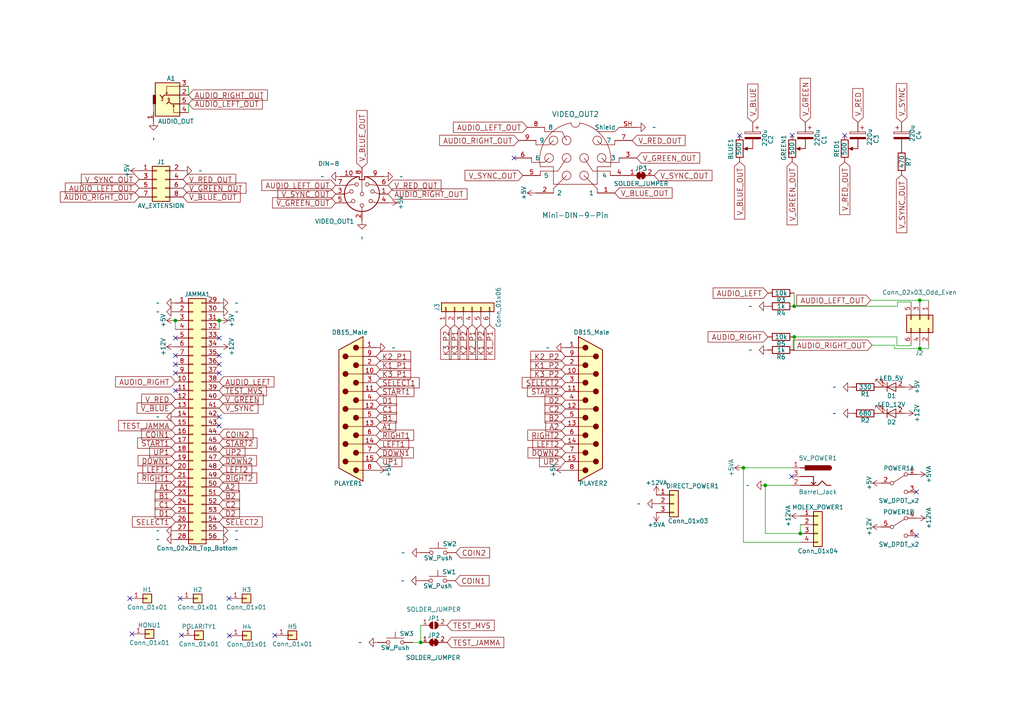
<source format=kicad_sch>
(kicad_sch (version 20230121) (generator eeschema)
  (paper "A4")
  (title_block (rev "1.1"))
  (lib_symbols
    (symbol "Supergun-rescue:+12V" (power) (pin_names (offset 0))
      (property "Value" "+12V" (at 0 3.556 0))
      (symbol "+12V_1_1"
        (pin power_in line (at 0 0 90) (length 0) hide (name "+12V") (number "1"))
      )
    )
    (symbol "Supergun-rescue:+12VA" (power) (pin_names (offset 0))
      (property "Value" "+12VA" (at 0 3.556 0))
      (symbol "+12VA_1_1"
        (pin power_in line (at 0 0 90) (length 0) hide (name "+12VA") (number "1"))
      )
    )
    (symbol "Supergun-rescue:+5V" (power) (pin_names (offset 0))
      (property "Value" "+5V" (at 0 3.556 0))
      (symbol "+5V_1_1"
        (pin power_in line (at 0 0 90) (length 0) hide (name "+5V") (number "1"))
      )
    )
    (symbol "Supergun-rescue:+5VA" (power) (pin_names (offset 0))
      (property "Value" "+5VA" (at 0 3.556 0))
      (symbol "+5VA_1_1"
        (pin power_in line (at 0 0 90) (length 0) hide (name "+5VA") (number "1"))
      )
    )
    (symbol "Supergun-rescue:Audio-Jack-3_2Switches" (pin_names (offset 1.016))
      (property "Reference" "A" (at 0 7.366 0))
      (property "Value" "Audio-Jack-3_2Switches" (at -3.81 -5.08 0))
      (symbol "Audio-Jack-3_2Switches_0_0"
        (text "2" (at -2.54 1.27 0) (effects (font (size 0.762 0.762))))
        (text "5" (at -0.635 1.27 0) (effects (font (size 0.762 0.762))))
      )
      (symbol "Audio-Jack-3_2Switches_1_1"
        (pin passive line (at -5.08 -5.08 90) (length 2.54) (name "~") (number "1"))
        (pin passive line (at 5.08 2.54 180) (length 2.54) (name "~") (number "2"))
        (pin passive line (at 5.08 5.08 180) (length 2.54) (name "~") (number "3"))
        (pin passive line (at 5.08 -2.54 180) (length 2.54) (name "~") (number "4"))
        (pin passive line (at 5.08 0 180) (length 2.54) (name "~") (number "5"))
      )
    )
    (symbol "Supergun-rescue:Barrel_Jack" (pin_names (offset 1.016))
      (property "Reference" "J" (at 0 5.334 0))
      (property "Value" "Barrel_Jack" (at 0 -4.445 0))
      (symbol "Barrel_Jack_1_1"
        (pin passive line (at 7.62 2.54 180) (length 2.54) (name "~") (number "1"))
        (pin passive line (at 7.62 -2.54 180) (length 2.54) (name "~") (number "2"))
        (pin passive line (at 7.62 0 180) (length 2.54) (name "~") (number "3"))
      )
    )
    (symbol "Supergun-rescue:CP" (pin_numbers hide) (pin_names (offset 0.254))
      (property "Reference" "C" (at 0.635 2.54 0))
      (property "Value" "CP" (at 0.635 -2.54 0))
      (symbol "CP_1_1"
        (pin passive line (at 0 3.81 270) (length 2.794) (name "~") (number "1"))
        (pin passive line (at 0 -3.81 90) (length 2.794) (name "~") (number "2"))
      )
    )
    (symbol "Supergun-rescue:Conn_01x01" (pin_names (offset 1.016) hide)
      (property "Reference" "J" (at 0 2.54 0))
      (property "Value" "Conn_01x01" (at 0 -2.54 0))
      (symbol "Conn_01x01_1_1"
        (pin passive line (at -5.08 0 0) (length 3.81) (name "Pin_1") (number "1"))
      )
    )
    (symbol "Supergun-rescue:Conn_01x03" (pin_names (offset 1.016) hide)
      (property "Reference" "J" (at 0 5.08 0))
      (property "Value" "Conn_01x03" (at 0 -5.08 0))
      (symbol "Conn_01x03_1_1"
        (pin passive line (at -5.08 2.54 0) (length 3.81) (name "Pin_1") (number "1"))
        (pin passive line (at -5.08 0 0) (length 3.81) (name "Pin_2") (number "2"))
        (pin passive line (at -5.08 -2.54 0) (length 3.81) (name "Pin_3") (number "3"))
      )
    )
    (symbol "Supergun-rescue:Conn_01x04" (pin_names (offset 1.016) hide)
      (property "Reference" "J" (at 0 5.08 0))
      (property "Value" "Conn_01x04" (at 0 -7.62 0))
      (symbol "Conn_01x04_1_1"
        (pin passive line (at -5.08 2.54 0) (length 3.81) (name "Pin_1") (number "1"))
        (pin passive line (at -5.08 0 0) (length 3.81) (name "Pin_2") (number "2"))
        (pin passive line (at -5.08 -2.54 0) (length 3.81) (name "Pin_3") (number "3"))
        (pin passive line (at -5.08 -5.08 0) (length 3.81) (name "Pin_4") (number "4"))
      )
    )
    (symbol "Supergun-rescue:Conn_01x06" (pin_names (offset 1.016) hide)
      (property "Reference" "J" (at 0 7.62 0))
      (property "Value" "Conn_01x06" (at 0 -10.16 0))
      (symbol "Conn_01x06_1_1"
        (pin passive line (at -5.08 5.08 0) (length 3.81) (name "Pin_1") (number "1"))
        (pin passive line (at -5.08 2.54 0) (length 3.81) (name "Pin_2") (number "2"))
        (pin passive line (at -5.08 0 0) (length 3.81) (name "Pin_3") (number "3"))
        (pin passive line (at -5.08 -2.54 0) (length 3.81) (name "Pin_4") (number "4"))
        (pin passive line (at -5.08 -5.08 0) (length 3.81) (name "Pin_5") (number "5"))
        (pin passive line (at -5.08 -7.62 0) (length 3.81) (name "Pin_6") (number "6"))
      )
    )
    (symbol "Supergun-rescue:Conn_02x03_Odd_Even" (pin_names (offset 1.016) hide)
      (property "Reference" "J" (at 1.27 5.08 0))
      (property "Value" "Conn_02x03_Odd_Even" (at 1.27 -5.08 0))
      (symbol "Conn_02x03_Odd_Even_1_1"
        (pin passive line (at -5.08 2.54 0) (length 3.81) (name "Pin_1") (number "1"))
        (pin passive line (at 7.62 2.54 180) (length 3.81) (name "Pin_2") (number "2"))
        (pin passive line (at -5.08 0 0) (length 3.81) (name "Pin_3") (number "3"))
        (pin passive line (at 7.62 0 180) (length 3.81) (name "Pin_4") (number "4"))
        (pin passive line (at -5.08 -2.54 0) (length 3.81) (name "Pin_5") (number "5"))
        (pin passive line (at 7.62 -2.54 180) (length 3.81) (name "Pin_6") (number "6"))
      )
    )
    (symbol "Supergun-rescue:Conn_02x04_Odd_Even" (pin_names (offset 1.016) hide)
      (property "Reference" "J" (at 1.27 5.08 0))
      (property "Value" "Conn_02x04_Odd_Even" (at 1.27 -7.62 0))
      (symbol "Conn_02x04_Odd_Even_1_1"
        (pin passive line (at -5.08 2.54 0) (length 3.81) (name "Pin_1") (number "1"))
        (pin passive line (at 7.62 2.54 180) (length 3.81) (name "Pin_2") (number "2"))
        (pin passive line (at -5.08 0 0) (length 3.81) (name "Pin_3") (number "3"))
        (pin passive line (at 7.62 0 180) (length 3.81) (name "Pin_4") (number "4"))
        (pin passive line (at -5.08 -2.54 0) (length 3.81) (name "Pin_5") (number "5"))
        (pin passive line (at 7.62 -2.54 180) (length 3.81) (name "Pin_6") (number "6"))
        (pin passive line (at -5.08 -5.08 0) (length 3.81) (name "Pin_7") (number "7"))
        (pin passive line (at 7.62 -5.08 180) (length 3.81) (name "Pin_8") (number "8"))
      )
    )
    (symbol "Supergun-rescue:Conn_02x28_Top_Bottom" (pin_names (offset 1.016) hide)
      (property "Reference" "J" (at 1.27 35.56 0))
      (property "Value" "Conn_02x28_Top_Bottom" (at 1.27 -38.1 0))
      (symbol "Conn_02x28_Top_Bottom_1_1"
        (pin passive line (at -5.08 33.02 0) (length 3.81) (name "Pin_1") (number "1"))
        (pin passive line (at -5.08 10.16 0) (length 3.81) (name "Pin_10") (number "10"))
        (pin passive line (at -5.08 7.62 0) (length 3.81) (name "Pin_11") (number "11"))
        (pin passive line (at -5.08 5.08 0) (length 3.81) (name "Pin_12") (number "12"))
        (pin passive line (at -5.08 2.54 0) (length 3.81) (name "Pin_13") (number "13"))
        (pin passive line (at -5.08 0 0) (length 3.81) (name "Pin_14") (number "14"))
        (pin passive line (at -5.08 -2.54 0) (length 3.81) (name "Pin_15") (number "15"))
        (pin passive line (at -5.08 -5.08 0) (length 3.81) (name "Pin_16") (number "16"))
        (pin passive line (at -5.08 -7.62 0) (length 3.81) (name "Pin_17") (number "17"))
        (pin passive line (at -5.08 -10.16 0) (length 3.81) (name "Pin_18") (number "18"))
        (pin passive line (at -5.08 -12.7 0) (length 3.81) (name "Pin_19") (number "19"))
        (pin passive line (at -5.08 30.48 0) (length 3.81) (name "Pin_2") (number "2"))
        (pin passive line (at -5.08 -15.24 0) (length 3.81) (name "Pin_20") (number "20"))
        (pin passive line (at -5.08 -17.78 0) (length 3.81) (name "Pin_21") (number "21"))
        (pin passive line (at -5.08 -20.32 0) (length 3.81) (name "Pin_22") (number "22"))
        (pin passive line (at -5.08 -22.86 0) (length 3.81) (name "Pin_23") (number "23"))
        (pin passive line (at -5.08 -25.4 0) (length 3.81) (name "Pin_24") (number "24"))
        (pin passive line (at -5.08 -27.94 0) (length 3.81) (name "Pin_25") (number "25"))
        (pin passive line (at -5.08 -30.48 0) (length 3.81) (name "Pin_26") (number "26"))
        (pin passive line (at -5.08 -33.02 0) (length 3.81) (name "Pin_27") (number "27"))
        (pin passive line (at -5.08 -35.56 0) (length 3.81) (name "Pin_28") (number "28"))
        (pin passive line (at 7.62 33.02 180) (length 3.81) (name "Pin_29") (number "29"))
        (pin passive line (at -5.08 27.94 0) (length 3.81) (name "Pin_3") (number "3"))
        (pin passive line (at 7.62 30.48 180) (length 3.81) (name "Pin_30") (number "30"))
        (pin passive line (at 7.62 27.94 180) (length 3.81) (name "Pin_31") (number "31"))
        (pin passive line (at 7.62 25.4 180) (length 3.81) (name "Pin_32") (number "32"))
        (pin passive line (at 7.62 22.86 180) (length 3.81) (name "Pin_33") (number "33"))
        (pin passive line (at 7.62 20.32 180) (length 3.81) (name "Pin_34") (number "34"))
        (pin passive line (at 7.62 17.78 180) (length 3.81) (name "Pin_35") (number "35"))
        (pin passive line (at 7.62 15.24 180) (length 3.81) (name "Pin_36") (number "36"))
        (pin passive line (at 7.62 12.7 180) (length 3.81) (name "Pin_37") (number "37"))
        (pin passive line (at 7.62 10.16 180) (length 3.81) (name "Pin_38") (number "38"))
        (pin passive line (at 7.62 7.62 180) (length 3.81) (name "Pin_39") (number "39"))
        (pin passive line (at -5.08 25.4 0) (length 3.81) (name "Pin_4") (number "4"))
        (pin passive line (at 7.62 5.08 180) (length 3.81) (name "Pin_40") (number "40"))
        (pin passive line (at 7.62 2.54 180) (length 3.81) (name "Pin_41") (number "41"))
        (pin passive line (at 7.62 0 180) (length 3.81) (name "Pin_42") (number "42"))
        (pin passive line (at 7.62 -2.54 180) (length 3.81) (name "Pin_43") (number "43"))
        (pin passive line (at 7.62 -5.08 180) (length 3.81) (name "Pin_44") (number "44"))
        (pin passive line (at 7.62 -7.62 180) (length 3.81) (name "Pin_45") (number "45"))
        (pin passive line (at 7.62 -10.16 180) (length 3.81) (name "Pin_46") (number "46"))
        (pin passive line (at 7.62 -12.7 180) (length 3.81) (name "Pin_47") (number "47"))
        (pin passive line (at 7.62 -15.24 180) (length 3.81) (name "Pin_48") (number "48"))
        (pin passive line (at 7.62 -17.78 180) (length 3.81) (name "Pin_49") (number "49"))
        (pin passive line (at -5.08 22.86 0) (length 3.81) (name "Pin_5") (number "5"))
        (pin passive line (at 7.62 -20.32 180) (length 3.81) (name "Pin_50") (number "50"))
        (pin passive line (at 7.62 -22.86 180) (length 3.81) (name "Pin_51") (number "51"))
        (pin passive line (at 7.62 -25.4 180) (length 3.81) (name "Pin_52") (number "52"))
        (pin passive line (at 7.62 -27.94 180) (length 3.81) (name "Pin_53") (number "53"))
        (pin passive line (at 7.62 -30.48 180) (length 3.81) (name "Pin_54") (number "54"))
        (pin passive line (at 7.62 -33.02 180) (length 3.81) (name "Pin_55") (number "55"))
        (pin passive line (at 7.62 -35.56 180) (length 3.81) (name "Pin_56") (number "56"))
        (pin passive line (at -5.08 20.32 0) (length 3.81) (name "Pin_6") (number "6"))
        (pin passive line (at -5.08 17.78 0) (length 3.81) (name "Pin_7") (number "7"))
        (pin passive line (at -5.08 15.24 0) (length 3.81) (name "Pin_8") (number "8"))
        (pin passive line (at -5.08 12.7 0) (length 3.81) (name "Pin_9") (number "9"))
      )
    )
    (symbol "Supergun-rescue:DB15_Male" (pin_names (offset 1.016) hide)
      (property "Reference" "J" (at 0.508 21.59 0))
      (property "Value" "DB15_Male" (at 0 -22.225 0))
      (symbol "DB15_Male_1_1"
        (pin passive line (at -7.62 -17.78 0) (length 3.81) (name "1") (number "1"))
        (pin passive line (at -7.62 -10.16 0) (length 3.81) (name "P10") (number "10"))
        (pin passive line (at -7.62 -5.08 0) (length 3.81) (name "P111") (number "11"))
        (pin passive line (at -7.62 0 0) (length 3.81) (name "P12") (number "12"))
        (pin passive line (at -7.62 5.08 0) (length 3.81) (name "P13") (number "13"))
        (pin passive line (at -7.62 10.16 0) (length 3.81) (name "P14") (number "14"))
        (pin passive line (at -7.62 15.24 0) (length 3.81) (name "P15") (number "15"))
        (pin passive line (at -7.62 -12.7 0) (length 3.81) (name "2") (number "2"))
        (pin passive line (at -7.62 -7.62 0) (length 3.81) (name "3") (number "3"))
        (pin passive line (at -7.62 -2.54 0) (length 3.81) (name "4") (number "4"))
        (pin passive line (at -7.62 2.54 0) (length 3.81) (name "5") (number "5"))
        (pin passive line (at -7.62 7.62 0) (length 3.81) (name "6") (number "6"))
        (pin passive line (at -7.62 12.7 0) (length 3.81) (name "7") (number "7"))
        (pin passive line (at -7.62 17.78 0) (length 3.81) (name "8") (number "8"))
        (pin passive line (at -7.62 -15.24 0) (length 3.81) (name "P9") (number "9"))
      )
    )
    (symbol "Supergun-rescue:DIN-8" (pin_names (offset 1.016))
      (property "Reference" "J" (at 3.175 5.715 0))
      (property "Value" "DIN-8" (at 2.032 -5.842 0))
      (symbol "DIN-8_1_1"
        (pin passive line (at -7.62 0 0) (length 2.54) (name "~") (number "1"))
        (pin input line (at 6.35 -5.08 180) (length 5.08) (name "~") (number "10"))
        (pin passive line (at 0 7.62 270) (length 2.54) (name "~") (number "2"))
        (pin passive line (at 7.62 0 180) (length 2.54) (name "~") (number "3"))
        (pin passive line (at -7.62 2.54 0) (length 2.54) (name "~") (number "4"))
        (pin passive line (at 7.62 2.54 180) (length 2.54) (name "~") (number "5"))
        (pin passive line (at -7.62 -2.54 0) (length 2.54) (name "~") (number "6"))
        (pin passive line (at 7.62 -2.54 180) (length 2.54) (name "~") (number "7"))
        (pin passive line (at 0 -7.62 90) (length 2.54) (name "~") (number "8"))
        (pin input line (at -6.35 -5.08 0) (length 5.08) (name "~") (number "9"))
      )
    )
    (symbol "Supergun-rescue:GND-RESCUE-Supergun" (power) (pin_names (offset 0))
      (property "Value" "GND-RESCUE-Supergun" (at 0 -5.08 0))
      (symbol "GND-RESCUE-Supergun_1_1"
        (pin power_in line (at 0 0 270) (length 0) hide (name "~") (number "~"))
      )
    )
    (symbol "Supergun-rescue:LED" (pin_names (offset 1.016) hide)
      (property "Reference" "D" (at 0 2.54 0))
      (property "Value" "LED" (at 0 -2.54 0))
      (symbol "LED_1_1"
        (pin passive line (at -3.81 0 0) (length 2.54) (name "K") (number "1"))
        (pin passive line (at 3.81 0 180) (length 2.54) (name "A") (number "2"))
      )
    )
    (symbol "Supergun-rescue:Mini-DIN-9-Pin" (pin_names (offset 1.016))
      (property "Reference" "U" (at 0 15.24 0))
      (property "Value" "Mini-DIN-9-Pin" (at 0 -10.16 0))
      (symbol "Mini-DIN-9-Pin_1_1"
        (pin bidirectional line (at 11.43 -7.62 180) (length 5.08) (name "1") (number "1"))
        (pin bidirectional line (at -11.43 -7.62 0) (length 5.08) (name "2") (number "2"))
        (pin bidirectional line (at 17.78 2.54 180) (length 5.08) (name "3") (number "3"))
        (pin bidirectional line (at 15.24 -2.54 180) (length 5.08) (name "4") (number "4"))
        (pin bidirectional line (at -15.24 -2.54 0) (length 5.08) (name "5") (number "5"))
        (pin bidirectional line (at -17.78 2.54 0) (length 5.08) (name "6") (number "6"))
        (pin bidirectional line (at 16.51 7.62 180) (length 5.08) (name "7") (number "7"))
        (pin bidirectional line (at -13.97 11.43 0) (length 5.08) (name "8") (number "8"))
        (pin bidirectional line (at -16.51 7.62 0) (length 5.08) (name "9") (number "9"))
        (pin passive line (at 17.78 11.43 180) (length 5.08) (name "Shield") (number "SH"))
      )
    )
    (symbol "Supergun-rescue:POT" (pin_numbers hide) (pin_names (offset 1.016) hide)
      (property "Reference" "RV" (at -4.445 0 90))
      (property "Value" "POT" (at -2.54 0 90))
      (symbol "POT_1_1"
        (pin passive line (at 0 3.81 270) (length 1.27) (name "1") (number "1"))
        (pin passive line (at 3.81 0 180) (length 1.27) (name "2") (number "2"))
        (pin passive line (at 0 -3.81 90) (length 1.27) (name "3") (number "3"))
      )
    )
    (symbol "Supergun-rescue:R" (pin_numbers hide) (pin_names (offset 0))
      (property "Reference" "R" (at 2.032 0 90))
      (property "Value" "R" (at 0 0 90))
      (symbol "R_1_1"
        (pin passive line (at 0 3.81 270) (length 1.27) (name "~") (number "1"))
        (pin passive line (at 0 -3.81 90) (length 1.27) (name "~") (number "2"))
      )
    )
    (symbol "Supergun-rescue:SW_DPDT_x2" (pin_names (offset 0) hide)
      (property "Reference" "SW" (at 0 4.318 0))
      (property "Value" "SW_DPDT_x2" (at 0 -5.08 0))
      (symbol "SW_DPDT_x2_1_1"
        (pin passive line (at 5.08 2.54 180) (length 2.54) (name "A") (number "1"))
        (pin passive line (at -5.08 0 0) (length 2.54) (name "B") (number "2"))
        (pin passive line (at 5.08 -2.54 180) (length 2.54) (name "C") (number "3"))
      )
      (symbol "SW_DPDT_x2_2_1"
        (pin passive line (at 5.08 2.54 180) (length 2.54) (name "A") (number "4"))
        (pin passive line (at -5.08 0 0) (length 2.54) (name "B") (number "5"))
        (pin passive line (at 5.08 -2.54 180) (length 2.54) (name "C") (number "6"))
      )
    )
    (symbol "Supergun-rescue:SW_Push" (pin_numbers hide) (pin_names (offset 1.016) hide)
      (property "Reference" "SW" (at 1.27 2.54 0))
      (property "Value" "SW_Push" (at 0 -1.524 0))
      (symbol "SW_Push_0_1"
        (pin passive line (at -5.08 0 0) (length 2.54) (name "1") (number "1"))
        (pin passive line (at 5.08 0 180) (length 2.54) (name "2") (number "2"))
      )
    )
    (symbol "Supergun-rescue:SolderJumper_2_Bridged" (pin_names (offset 0) hide)
      (property "Reference" "JP" (at 0 2.032 0))
      (property "Value" "SolderJumper_2_Bridged" (at 0 -2.54 0))
      (symbol "SolderJumper_2_Bridged_1_1"
        (pin passive line (at -3.81 0 0) (length 2.54) (name "A") (number "1"))
        (pin passive line (at 3.81 0 180) (length 2.54) (name "B") (number "2"))
      )
    )
    (symbol "Supergun-rescue:SolderJumper_2_Open" (pin_names (offset 0) hide)
      (property "Reference" "JP" (at 0 2.032 0))
      (property "Value" "SolderJumper_2_Open" (at 0 -2.54 0))
      (symbol "SolderJumper_2_Open_1_1"
        (pin passive line (at -3.81 0 0) (length 2.54) (name "A") (number "1"))
        (pin passive line (at 3.81 0 180) (length 2.54) (name "B") (number "2"))
      )
    )
  )
  (junction (at 232.1306 154.7368))
  (junction (at 221.9706 140.7668))
  (junction (at 266.7762 87.0966))
  (junction (at 230.3526 97.7138))
  (junction (at 63.5762 92.964))
  (junction (at 50.8762 92.964))
  (junction (at 215.6206 135.6868))
  (junction (at 230.3526 88.8238))
  (junction (at 266.7762 101.092))
  (junction (at 122.0216 186.3344))
  (no_connect (at 149.098 45.8216))
  (no_connect (at -45.4914 63.881))
  (no_connect (at 63.5762 123.444))
  (no_connect (at 50.8762 105.664))
  (no_connect (at 265.7856 155.3718))
  (no_connect (at 245.0084 39.2938))
  (no_connect (at 229.7684 39.2938))
  (no_connect (at 63.5762 105.664))
  (no_connect (at 79.7306 184.2516))
  (no_connect (at 229.5906 138.2268))
  (no_connect (at 50.8762 103.124))
  (no_connect (at 37.6428 173.5836))
  (no_connect (at 63.5762 98.044))
  (no_connect (at 66.421 173.5836))
  (no_connect (at 50.8762 113.284))
  (no_connect (at 63.5762 108.204))
  (no_connect (at 50.8762 108.204))
  (no_connect (at 214.5284 39.2938))
  (no_connect (at 52.6288 184.2516))
  (no_connect (at 66.5226 184.3532))
  (no_connect (at 52.2478 173.5836))
  (no_connect (at 38.2778 183.8706))
  (no_connect (at 63.5762 103.124))
  (no_connect (at 265.7856 142.6718))
  (no_connect (at 50.8762 98.044))
  (no_connect (at 63.5762 120.904))
  (wire (pts (xy 50.8762 95.504) (xy 50.8762 92.964)))
  (wire (pts (xy 260.1468 100.2792) (xy 264.2362 100.2792)))
  (wire (pts (xy 269.3162 87.0966) (xy 269.3162 87.5792)))
  (wire (pts (xy 252.5268 87.0966) (xy 266.7762 87.0966)))
  (wire (pts (xy 54.6862 32.6644) (xy 54.6862 30.1244)))
  (wire (pts (xy 230.3526 88.8238) (xy 230.3526 85.0138)))
  (wire (pts (xy 54.6862 25.0444) (xy 54.6862 27.5844)))
  (wire (pts (xy 269.3162 101.092) (xy 269.3162 100.2792)))
  (wire (pts (xy 221.9706 154.7368) (xy 232.1306 154.7368)))
  (wire (pts (xy 266.7762 87.0966) (xy 269.3162 87.0966)))
  (wire (pts (xy 266.7762 101.092) (xy 266.7762 100.2792)))
  (wire (pts (xy 221.9706 154.7368) (xy 221.9706 140.7668)))
  (wire (pts (xy 260.3246 87.5792) (xy 260.3246 88.8238)))
  (wire (pts (xy 63.5762 92.964) (xy 63.5762 95.504)))
  (wire (pts (xy 122.0216 181.3814) (xy 122.0216 186.3344)))
  (wire (pts (xy 266.7762 101.092) (xy 269.3162 101.092)))
  (wire (pts (xy 221.9706 140.7668) (xy 229.5906 140.7668)))
  (wire (pts (xy 232.1306 154.7368) (xy 232.1306 152.1968)))
  (wire (pts (xy 259.4356 100.1268) (xy 259.4356 101.092)))
  (wire (pts (xy 252.9586 100.1268) (xy 259.4356 100.1268)))
  (wire (pts (xy 215.6206 157.2768) (xy 215.6206 135.6868)))
  (wire (pts (xy 260.3246 88.8238) (xy 230.3526 88.8238)))
  (wire (pts (xy 215.6206 135.6868) (xy 229.5906 135.6868)))
  (wire (pts (xy 122.0216 186.3344) (xy 119.7102 186.3344)))
  (wire (pts (xy 266.7762 87.0966) (xy 266.7762 87.5792)))
  (wire (pts (xy 230.3526 101.5238) (xy 230.3526 97.7138)))
  (wire (pts (xy 259.4356 101.092) (xy 266.7762 101.092)))
  (wire (pts (xy 215.6206 157.2768) (xy 232.1306 157.2768)))
  (wire (pts (xy 260.1468 97.7138) (xy 260.1468 100.2792)))
  (wire (pts (xy 264.2362 87.5792) (xy 260.3246 87.5792)))
  (wire (pts (xy 230.3526 97.7138) (xy 260.1468 97.7138)))
  (global_label "SELECT1" (shape input) (at 109.093 110.998 0) (effects (font (size 1.524 1.524))) (property "Intersheetrefs" "${INTERSHEET_REFS}" (effects hide)))
  (global_label "V_RED" (shape input) (at 248.8184 35.4838 90) (effects (font (size 1.524 1.524))) (property "Intersheetrefs" "${INTERSHEET_REFS}" (effects hide)))
  (global_label "UP2" (shape input) (at 63.5762 131.064 0) (effects (font (size 1.524 1.524))) (property "Intersheetrefs" "${INTERSHEET_REFS}" (effects hide)))
  (global_label "TEST_MVS" (shape input) (at 63.5762 113.284 0) (effects (font (size 1.524 1.524))) (property "Intersheetrefs" "${INTERSHEET_REFS}" (effects hide)))
  (global_label "UP2" (shape input) (at 163.957 133.858 180) (effects (font (size 1.524 1.524))) (property "Intersheetrefs" "${INTERSHEET_REFS}" (effects hide)))
  (global_label "AUDIO_LEFT_OUT" (shape input) (at 152.908 36.9316 180) (effects (font (size 1.524 1.524))) (property "Intersheetrefs" "${INTERSHEET_REFS}" (effects hide)))
  (global_label "V_GREEN" (shape input) (at 233.5784 35.4838 90) (effects (font (size 1.524 1.524))) (property "Intersheetrefs" "${INTERSHEET_REFS}" (effects hide)))
  (global_label "COIN1" (shape input) (at 50.8762 125.984 180) (effects (font (size 1.524 1.524))) (property "Intersheetrefs" "${INTERSHEET_REFS}" (effects hide)))
  (global_label "LEFT2" (shape input) (at 163.957 128.778 180) (effects (font (size 1.524 1.524))) (property "Intersheetrefs" "${INTERSHEET_REFS}" (effects hide)))
  (global_label "RIGHT2" (shape input) (at 163.957 126.238 180) (effects (font (size 1.524 1.524))) (property "Intersheetrefs" "${INTERSHEET_REFS}" (effects hide)))
  (global_label "B2" (shape input) (at 63.5762 143.764 0) (effects (font (size 1.524 1.524))) (property "Intersheetrefs" "${INTERSHEET_REFS}" (effects hide)))
  (global_label "V_GREEN_OUT" (shape input) (at 184.658 45.8216 0) (effects (font (size 1.524 1.524))) (property "Intersheetrefs" "${INTERSHEET_REFS}" (effects hide)))
  (global_label "START2" (shape input) (at 63.5762 128.524 0) (effects (font (size 1.524 1.524))) (property "Intersheetrefs" "${INTERSHEET_REFS}" (effects hide)))
  (global_label "LEFT1" (shape input) (at 109.093 128.778 0) (effects (font (size 1.524 1.524))) (property "Intersheetrefs" "${INTERSHEET_REFS}" (effects hide)))
  (global_label "A1" (shape input) (at 50.8762 141.224 180) (effects (font (size 1.524 1.524))) (property "Intersheetrefs" "${INTERSHEET_REFS}" (effects hide)))
  (global_label "B2" (shape input) (at 163.957 121.158 180) (effects (font (size 1.524 1.524))) (property "Intersheetrefs" "${INTERSHEET_REFS}" (effects hide)))
  (global_label "V_GREEN_OUT" (shape input) (at 97.3582 58.8264 180) (effects (font (size 1.524 1.524))) (property "Intersheetrefs" "${INTERSHEET_REFS}" (effects hide)))
  (global_label "TEST_JAMMA" (shape input) (at 50.8762 123.444 180) (effects (font (size 1.524 1.524))) (property "Intersheetrefs" "${INTERSHEET_REFS}" (effects hide)))
  (global_label "D1" (shape input) (at 109.093 116.078 0) (effects (font (size 1.524 1.524))) (property "Intersheetrefs" "${INTERSHEET_REFS}" (effects hide)))
  (global_label "AUDIO_RIGHT" (shape input) (at 50.8762 110.744 180) (effects (font (size 1.524 1.524))) (property "Intersheetrefs" "${INTERSHEET_REFS}" (effects hide)))
  (global_label "COIN1" (shape input) (at 132.0546 168.4274 0) (effects (font (size 1.524 1.524))) (property "Intersheetrefs" "${INTERSHEET_REFS}" (effects hide)))
  (global_label "AUDIO_RIGHT_OUT" (shape input) (at 252.9586 100.1268 180) (effects (font (size 1.524 1.524))) (property "Intersheetrefs" "${INTERSHEET_REFS}" (effects hide)))
  (global_label "K2_P2" (shape input) (at 163.957 103.378 180) (effects (font (size 1.524 1.524))) (property "Intersheetrefs" "${INTERSHEET_REFS}" (effects hide)))
  (global_label "COIN2" (shape input) (at 63.5762 125.984 0) (effects (font (size 1.524 1.524))) (property "Intersheetrefs" "${INTERSHEET_REFS}" (effects hide)))
  (global_label "C1" (shape input) (at 109.093 118.618 0) (effects (font (size 1.524 1.524))) (property "Intersheetrefs" "${INTERSHEET_REFS}" (effects hide)))
  (global_label "START1" (shape input) (at 109.093 113.538 0) (effects (font (size 1.524 1.524))) (property "Intersheetrefs" "${INTERSHEET_REFS}" (effects hide)))
  (global_label "UP1" (shape input) (at 109.093 133.858 0) (effects (font (size 1.524 1.524))) (property "Intersheetrefs" "${INTERSHEET_REFS}" (effects hide)))
  (global_label "TEST_MVS" (shape input) (at 129.6416 181.3814 0) (effects (font (size 1.524 1.524))) (property "Intersheetrefs" "${INTERSHEET_REFS}" (effects hide)))
  (global_label "DOWN1" (shape input) (at 109.093 131.318 0) (effects (font (size 1.524 1.524))) (property "Intersheetrefs" "${INTERSHEET_REFS}" (effects hide)))
  (global_label "V_SYNC" (shape input) (at 63.5762 118.364 0) (effects (font (size 1.524 1.524))) (property "Intersheetrefs" "${INTERSHEET_REFS}" (effects hide)))
  (global_label "RIGHT2" (shape input) (at 63.5762 138.684 0) (effects (font (size 1.524 1.524))) (property "Intersheetrefs" "${INTERSHEET_REFS}" (effects hide)))
  (global_label "V_BLUE" (shape input) (at 218.3384 35.4838 90) (effects (font (size 1.524 1.524))) (property "Intersheetrefs" "${INTERSHEET_REFS}" (effects hide)))
  (global_label "V_GREEN_OUT" (shape input) (at 229.7684 46.9138 270) (effects (font (size 1.524 1.524))) (property "Intersheetrefs" "${INTERSHEET_REFS}" (effects hide)))
  (global_label "V_SYNC_OUT" (shape input) (at 189.738 50.9016 0) (effects (font (size 1.524 1.524))) (property "Intersheetrefs" "${INTERSHEET_REFS}" (effects hide)))
  (global_label "UP1" (shape input) (at 50.8762 131.064 180) (effects (font (size 1.524 1.524))) (property "Intersheetrefs" "${INTERSHEET_REFS}" (effects hide)))
  (global_label "DOWN2" (shape input) (at 163.957 131.318 180) (effects (font (size 1.524 1.524))) (property "Intersheetrefs" "${INTERSHEET_REFS}" (effects hide)))
  (global_label "V_BLUE" (shape input) (at 50.8762 118.364 180) (effects (font (size 1.524 1.524))) (property "Intersheetrefs" "${INTERSHEET_REFS}" (effects hide)))
  (global_label "AUDIO_LEFT_OUT" (shape input) (at 54.6862 30.1244 0) (effects (font (size 1.524 1.524))) (property "Intersheetrefs" "${INTERSHEET_REFS}" (effects hide)))
  (global_label "DOWN2" (shape input) (at 63.5762 133.604 0) (effects (font (size 1.524 1.524))) (property "Intersheetrefs" "${INTERSHEET_REFS}" (effects hide)))
  (global_label "V_SYNC" (shape input) (at 261.5184 35.4838 90) (effects (font (size 1.524 1.524))) (property "Intersheetrefs" "${INTERSHEET_REFS}" (effects hide)))
  (global_label "B1" (shape input) (at 50.8762 143.764 180) (effects (font (size 1.524 1.524))) (property "Intersheetrefs" "${INTERSHEET_REFS}" (effects hide)))
  (global_label "K3_P2" (shape input) (at 129.3114 94.2086 270) (effects (font (size 1.524 1.524))) (property "Intersheetrefs" "${INTERSHEET_REFS}" (effects hide)))
  (global_label "K3_P2" (shape input) (at 163.957 108.458 180) (effects (font (size 1.524 1.524))) (property "Intersheetrefs" "${INTERSHEET_REFS}" (effects hide)))
  (global_label "K1_P2" (shape input) (at 163.957 105.918 180) (effects (font (size 1.524 1.524))) (property "Intersheetrefs" "${INTERSHEET_REFS}" (effects hide)))
  (global_label "A2" (shape input) (at 63.5762 141.224 0) (effects (font (size 1.524 1.524))) (property "Intersheetrefs" "${INTERSHEET_REFS}" (effects hide)))
  (global_label "AUDIO_LEFT_OUT" (shape input) (at 97.3582 53.7464 180) (effects (font (size 1.524 1.524))) (property "Intersheetrefs" "${INTERSHEET_REFS}" (effects hide)))
  (global_label "C2" (shape input) (at 63.5762 146.304 0) (effects (font (size 1.524 1.524))) (property "Intersheetrefs" "${INTERSHEET_REFS}" (effects hide)))
  (global_label "V_BLUE_OUT" (shape input) (at 214.5284 46.9138 270) (effects (font (size 1.524 1.524))) (property "Intersheetrefs" "${INTERSHEET_REFS}" (effects hide)))
  (global_label "RIGHT1" (shape input) (at 109.093 126.238 0) (effects (font (size 1.524 1.524))) (property "Intersheetrefs" "${INTERSHEET_REFS}" (effects hide)))
  (global_label "K2_P1" (shape input) (at 109.093 103.378 0) (effects (font (size 1.524 1.524))) (property "Intersheetrefs" "${INTERSHEET_REFS}" (effects hide)))
  (global_label "K1_P2" (shape input) (at 139.4714 94.2086 270) (effects (font (size 1.524 1.524))) (property "Intersheetrefs" "${INTERSHEET_REFS}" (effects hide)))
  (global_label "LEFT2" (shape input) (at 63.5762 136.144 0) (effects (font (size 1.524 1.524))) (property "Intersheetrefs" "${INTERSHEET_REFS}" (effects hide)))
  (global_label "V_SYNC_OUT" (shape input) (at 151.638 50.9016 180) (effects (font (size 1.524 1.524))) (property "Intersheetrefs" "${INTERSHEET_REFS}" (effects hide)))
  (global_label "COIN2" (shape input) (at 132.207 160.2994 0) (effects (font (size 1.524 1.524))) (property "Intersheetrefs" "${INTERSHEET_REFS}" (effects hide)))
  (global_label "V_BLUE_OUT" (shape input) (at 104.9782 48.6664 90) (effects (font (size 1.524 1.524))) (property "Intersheetrefs" "${INTERSHEET_REFS}" (effects hide)))
  (global_label "AUDIO_LEFT_OUT" (shape input) (at 40.3606 54.5846 180) (effects (font (size 1.524 1.524))) (property "Intersheetrefs" "${INTERSHEET_REFS}" (effects hide)))
  (global_label "LEFT1" (shape input) (at 50.8762 136.144 180) (effects (font (size 1.524 1.524))) (property "Intersheetrefs" "${INTERSHEET_REFS}" (effects hide)))
  (global_label "V_BLUE_OUT" (shape input) (at 53.0606 57.1246 0) (effects (font (size 1.524 1.524))) (property "Intersheetrefs" "${INTERSHEET_REFS}" (effects hide)))
  (global_label "AUDIO_RIGHT_OUT" (shape input) (at 54.6862 27.5844 0) (effects (font (size 1.524 1.524))) (property "Intersheetrefs" "${INTERSHEET_REFS}" (effects hide)))
  (global_label "V_RED_OUT" (shape input) (at 183.388 40.7416 0) (effects (font (size 1.524 1.524))) (property "Intersheetrefs" "${INTERSHEET_REFS}" (effects hide)))
  (global_label "K1_P1" (shape input) (at 142.0114 94.2086 270) (effects (font (size 1.524 1.524))) (property "Intersheetrefs" "${INTERSHEET_REFS}" (effects hide)))
  (global_label "V_SYNC_OUT" (shape input) (at 261.5184 50.7238 270) (effects (font (size 1.524 1.524))) (property "Intersheetrefs" "${INTERSHEET_REFS}" (effects hide)))
  (global_label "SELECT1" (shape input) (at 50.8762 151.384 180) (effects (font (size 1.524 1.524))) (property "Intersheetrefs" "${INTERSHEET_REFS}" (effects hide)))
  (global_label "K3_P1" (shape input) (at 131.8514 94.2086 270) (effects (font (size 1.524 1.524))) (property "Intersheetrefs" "${INTERSHEET_REFS}" (effects hide)))
  (global_label "START2" (shape input) (at 163.957 113.538 180) (effects (font (size 1.524 1.524))) (property "Intersheetrefs" "${INTERSHEET_REFS}" (effects hide)))
  (global_label "K2_P2" (shape input) (at 134.3914 94.2086 270) (effects (font (size 1.524 1.524))) (property "Intersheetrefs" "${INTERSHEET_REFS}" (effects hide)))
  (global_label "V_BLUE_OUT" (shape input) (at 178.308 55.9816 0) (effects (font (size 1.524 1.524))) (property "Intersheetrefs" "${INTERSHEET_REFS}" (effects hide)))
  (global_label "V_SYNC_OUT" (shape input) (at 97.3582 56.2864 180) (effects (font (size 1.524 1.524))) (property "Intersheetrefs" "${INTERSHEET_REFS}" (effects hide)))
  (global_label "D1" (shape input) (at 50.8762 148.844 180) (effects (font (size 1.524 1.524))) (property "Intersheetrefs" "${INTERSHEET_REFS}" (effects hide)))
  (global_label "AUDIO_LEFT_OUT" (shape input) (at 252.5268 87.0966 180) (effects (font (size 1.524 1.524))) (property "Intersheetrefs" "${INTERSHEET_REFS}" (effects hide)))
  (global_label "AUDIO_RIGHT_OUT" (shape input) (at 150.368 40.7416 180) (effects (font (size 1.524 1.524))) (property "Intersheetrefs" "${INTERSHEET_REFS}" (effects hide)))
  (global_label "V_RED_OUT" (shape input) (at 53.0606 52.0446 0) (effects (font (size 1.524 1.524))) (property "Intersheetrefs" "${INTERSHEET_REFS}" (effects hide)))
  (global_label "A2" (shape input) (at 163.957 123.698 180) (effects (font (size 1.524 1.524))) (property "Intersheetrefs" "${INTERSHEET_REFS}" (effects hide)))
  (global_label "V_RED_OUT" (shape input) (at 245.0084 46.9138 270) (effects (font (size 1.524 1.524))) (property "Intersheetrefs" "${INTERSHEET_REFS}" (effects hide)))
  (global_label "RIGHT1" (shape input) (at 50.8762 138.684 180) (effects (font (size 1.524 1.524))) (property "Intersheetrefs" "${INTERSHEET_REFS}" (effects hide)))
  (global_label "V_GREEN" (shape input) (at 63.5762 115.824 0) (effects (font (size 1.524 1.524))) (property "Intersheetrefs" "${INTERSHEET_REFS}" (effects hide)))
  (global_label "AUDIO_LEFT" (shape input) (at 222.7326 85.0138 180) (effects (font (size 1.524 1.524))) (property "Intersheetrefs" "${INTERSHEET_REFS}" (effects hide)))
  (global_label "D2" (shape input) (at 63.5762 148.844 0) (effects (font (size 1.524 1.524))) (property "Intersheetrefs" "${INTERSHEET_REFS}" (effects hide)))
  (global_label "A1" (shape input) (at 109.093 123.698 0) (effects (font (size 1.524 1.524))) (property "Intersheetrefs" "${INTERSHEET_REFS}" (effects hide)))
  (global_label "AUDIO_LEFT" (shape input) (at 63.5762 110.744 0) (effects (font (size 1.524 1.524))) (property "Intersheetrefs" "${INTERSHEET_REFS}" (effects hide)))
  (global_label "AUDIO_RIGHT" (shape input) (at 222.7326 97.7138 180) (effects (font (size 1.524 1.524))) (property "Intersheetrefs" "${INTERSHEET_REFS}" (effects hide)))
  (global_label "SELECT2" (shape input) (at 63.5762 151.384 0) (effects (font (size 1.524 1.524))) (property "Intersheetrefs" "${INTERSHEET_REFS}" (effects hide)))
  (global_label "V_RED_OUT" (shape input) (at 112.5982 53.7464 0) (effects (font (size 1.524 1.524))) (property "Intersheetrefs" "${INTERSHEET_REFS}" (effects hide)))
  (global_label "K2_P1" (shape input) (at 136.9314 94.2086 270) (effects (font (size 1.524 1.524))) (property "Intersheetrefs" "${INTERSHEET_REFS}" (effects hide)))
  (global_label "V_GREEN_OUT" (shape input) (at 53.0606 54.5846 0) (effects (font (size 1.524 1.524))) (property "Intersheetrefs" "${INTERSHEET_REFS}" (effects hide)))
  (global_label "TEST_JAMMA" (shape input) (at 129.6416 186.3344 0) (effects (font (size 1.524 1.524))) (property "Intersheetrefs" "${INTERSHEET_REFS}" (effects hide)))
  (global_label "V_SYNC_OUT" (shape input) (at 40.3606 52.0446 180) (effects (font (size 1.524 1.524))) (property "Intersheetrefs" "${INTERSHEET_REFS}" (effects hide)))
  (global_label "AUDIO_RIGHT_OUT" (shape input) (at 112.5982 56.2864 0) (effects (font (size 1.524 1.524))) (property "Intersheetrefs" "${INTERSHEET_REFS}" (effects hide)))
  (global_label "D2" (shape input) (at 163.957 116.078 180) (effects (font (size 1.524 1.524))) (property "Intersheetrefs" "${INTERSHEET_REFS}" (effects hide)))
  (global_label "SELECT2" (shape input) (at 163.957 110.998 180) (effects (font (size 1.524 1.524))) (property "Intersheetrefs" "${INTERSHEET_REFS}" (effects hide)))
  (global_label "START1" (shape input) (at 50.8762 128.524 180) (effects (font (size 1.524 1.524))) (property "Intersheetrefs" "${INTERSHEET_REFS}" (effects hide)))
  (global_label "B1" (shape input) (at 109.093 121.158 0) (effects (font (size 1.524 1.524))) (property "Intersheetrefs" "${INTERSHEET_REFS}" (effects hide)))
  (global_label "C1" (shape input) (at 50.8762 146.304 180) (effects (font (size 1.524 1.524))) (property "Intersheetrefs" "${INTERSHEET_REFS}" (effects hide)))
  (global_label "C2" (shape input) (at 163.957 118.618 180) (effects (font (size 1.524 1.524))) (property "Intersheetrefs" "${INTERSHEET_REFS}" (effects hide)))
  (global_label "V_RED" (shape input) (at 50.8762 115.824 180) (effects (font (size 1.524 1.524))) (property "Intersheetrefs" "${INTERSHEET_REFS}" (effects hide)))
  (global_label "DOWN1" (shape input) (at 50.8762 133.604 180) (effects (font (size 1.524 1.524))) (property "Intersheetrefs" "${INTERSHEET_REFS}" (effects hide)))
  (global_label "K3_P1" (shape input) (at 109.093 108.458 0) (effects (font (size 1.524 1.524))) (property "Intersheetrefs" "${INTERSHEET_REFS}" (effects hide)))
  (global_label "AUDIO_RIGHT_OUT" (shape input) (at 40.3606 57.1246 180) (effects (font (size 1.524 1.524))) (property "Intersheetrefs" "${INTERSHEET_REFS}" (effects hide)))
  (global_label "K1_P1" (shape input) (at 109.093 105.918 0) (effects (font (size 1.524 1.524))) (property "Intersheetrefs" "${INTERSHEET_REFS}" (effects hide)))
  (symbol (lib_id "Supergun-rescue:DB15_Male") (at 101.473 118.618 180) (unit 1)
    (property "Reference" "PLAYER1" (at 100.965 140.208 0))
    (property "Value" "DB15_Male" (at 101.473 96.393 0))
    (property "Footprint" "Connectors_DSub:DSUB-15_Male_Horizontal_Pitch2.77x2.84mm_EdgePinOffset4.94mm_Housed_MountingHolesOffset7.48mm" (effects hide))
  )
  (symbol (lib_id "Supergun-rescue:LED") (at 258.572 112.268 0) (mirror x) (unit 1)
    (property "Reference" "D1" (at 258.572 114.808 0))
    (property "Value" "LED_5V" (at 258.572 109.728 0))
    (property "Footprint" "LEDs:LED_D3.0mm" (effects hide))
  )
  (symbol (lib_id "Supergun-rescue:LED") (at 258.572 119.888 0) (mirror x) (unit 1)
    (property "Reference" "D2" (at 258.572 122.428 0))
    (property "Value" "LED_12V" (at 258.572 117.348 0))
    (property "Footprint" "LEDs:LED_D3.0mm" (effects hide))
  )
  (symbol (lib_id "Supergun-rescue:R") (at 250.952 112.268 90) (mirror x) (unit 1)
    (property "Reference" "R1" (at 250.952 114.3 90))
    (property "Value" "330" (at 250.952 112.268 90))
    (property "Footprint" "Resistors_THT:R_Axial_DIN0207_L6.3mm_D2.5mm_P10.16mm_Horizontal" (effects hide))
  )
  (symbol (lib_id "Supergun-rescue:CP") (at 248.8184 39.2938 0) (mirror y) (unit 1)
    (property "Reference" "C3" (at 254.889 41.7068 90) (effects (justify left top)))
    (property "Value" "220u" (at 252.9332 37.2872 90) (effects (justify right top)))
    (property "Footprint" "Capacitors_THT:CP_Radial_D6.3mm_P2.50mm" (effects hide))
  )
  (symbol (lib_id "Supergun-rescue:POT") (at 245.0084 43.1038 0) (mirror x) (unit 1)
    (property "Reference" "RED1" (at 242.697 43.0784 90))
    (property "Value" "500" (at 244.8814 43.18 90))
    (property "Footprint" "Potentiometer:Potentiometer" (effects hide))
  )
  (symbol (lib_id "Supergun-rescue:Barrel_Jack") (at 237.2106 138.2268 0) (mirror y) (unit 1)
    (property "Reference" "5V_POWER1" (at 237.2106 132.8928 0))
    (property "Value" "Barrel_Jack" (at 237.2106 142.6718 0))
    (property "Footprint" "Connectors:BARREL_JACK" (effects hide))
  )
  (symbol (lib_id "Supergun-rescue:Conn_01x04") (at 237.2106 152.1968 0) (unit 1)
    (property "Reference" "MOLEX_POWER1" (at 237.2106 147.1168 0))
    (property "Value" "Conn_01x04" (at 237.2106 159.8168 0))
    (property "Footprint" "mod_conn_hdd_15-24-4441:conn_hdd_15-24-4449" (effects hide))
  )
  (symbol (lib_id "Supergun-rescue:DB15_Male") (at 171.577 118.618 0) (mirror x) (unit 1)
    (property "Reference" "PLAYER2" (at 172.085 140.208 0))
    (property "Value" "DB15_Male" (at 171.577 96.393 0))
    (property "Footprint" "Connectors_DSub:DSUB-15_Male_Horizontal_Pitch2.77x2.84mm_EdgePinOffset4.94mm_Housed_MountingHolesOffset7.48mm" (effects hide))
  )
  (symbol (lib_id "Supergun-rescue:GND-RESCUE-Supergun") (at 50.8762 90.424 270) (unit 1)
    (property "Reference" "#PWR01" (effects hide))
    (property "Value" "GND" (at 45.7962 90.424 90))
  )
  (symbol (lib_id "Supergun-rescue:GND-RESCUE-Supergun") (at 63.5762 90.424 90) (mirror x) (unit 1)
    (property "Reference" "#PWR02" (effects hide))
    (property "Value" "GND" (at 68.6562 90.424 90))
  )
  (symbol (lib_id "Supergun-rescue:GND-RESCUE-Supergun") (at 109.093 100.838 90) (mirror x) (unit 1)
    (property "Reference" "#PWR03" (effects hide))
    (property "Value" "GND" (at 114.173 100.838 90))
  )
  (symbol (lib_id "Supergun-rescue:GND-RESCUE-Supergun") (at 163.957 100.838 270) (unit 1)
    (property "Reference" "#PWR04" (effects hide))
    (property "Value" "GND" (at 158.877 100.838 90))
  )
  (symbol (lib_id "Supergun-rescue:GND-RESCUE-Supergun") (at 221.9706 140.7668 270) (unit 1)
    (property "Reference" "#PWR05" (effects hide))
    (property "Value" "GND" (at 216.8906 140.7668 90))
  )
  (symbol (lib_id "Supergun-rescue:CP") (at 218.3384 39.2938 0) (mirror y) (unit 1)
    (property "Reference" "C2" (at 224.282 41.8592 90) (effects (justify left top)))
    (property "Value" "220u" (at 222.5294 37.5158 90) (effects (justify right top)))
    (property "Footprint" "Capacitors_THT:CP_Radial_D6.3mm_P2.50mm" (effects hide))
  )
  (symbol (lib_id "Supergun-rescue:POT") (at 214.5284 43.1038 0) (mirror x) (unit 1)
    (property "Reference" "BLUE1" (at 211.9376 43.2308 90))
    (property "Value" "500" (at 214.2998 43.1546 90))
    (property "Footprint" "Potentiometer:Potentiometer" (effects hide))
  )
  (symbol (lib_id "Supergun-rescue:CP") (at 233.5784 39.2938 0) (mirror y) (unit 1)
    (property "Reference" "C1" (at 239.7506 41.9354 90) (effects (justify left top)))
    (property "Value" "220u" (at 237.7694 37.4396 90) (effects (justify right top)))
    (property "Footprint" "Capacitors_THT:CP_Radial_D6.3mm_P2.50mm" (effects hide))
  )
  (symbol (lib_id "Supergun-rescue:POT") (at 229.7684 43.1038 0) (mirror x) (unit 1)
    (property "Reference" "GREEN1" (at 227.33 42.8498 90))
    (property "Value" "500" (at 229.6922 43.0784 90))
    (property "Footprint" "Potentiometer:Potentiometer" (effects hide))
  )
  (symbol (lib_id "Supergun-rescue:R") (at 250.952 119.888 90) (mirror x) (unit 1)
    (property "Reference" "R2" (at 250.952 121.92 90))
    (property "Value" "680" (at 250.952 119.888 90))
    (property "Footprint" "Resistors_THT:R_Axial_DIN0207_L6.3mm_D2.5mm_P10.16mm_Horizontal" (effects hide))
  )
  (symbol (lib_id "Supergun-rescue:GND-RESCUE-Supergun") (at 247.142 119.888 270) (mirror x) (unit 1)
    (property "Reference" "#PWR06" (effects hide))
    (property "Value" "GND" (at 242.062 119.888 90))
  )
  (symbol (lib_id "Supergun-rescue:GND-RESCUE-Supergun") (at 247.142 112.268 270) (mirror x) (unit 1)
    (property "Reference" "#PWR07" (effects hide))
    (property "Value" "GND" (at 242.062 112.268 90))
  )
  (symbol (lib_id "Supergun-rescue:+5V") (at 109.093 136.398 270) (mirror x) (unit 1)
    (property "Reference" "#PWR08" (effects hide))
    (property "Value" "+5V" (at 112.649 136.398 0))
  )
  (symbol (lib_id "Supergun-rescue:+5V") (at 163.957 136.398 90) (unit 1)
    (property "Reference" "#PWR09" (effects hide))
    (property "Value" "+5V" (at 160.401 136.398 0))
  )
  (symbol (lib_id "Supergun-rescue:+5V") (at 50.8762 92.964 90) (unit 1)
    (property "Reference" "#PWR010" (effects hide))
    (property "Value" "+5V" (at 47.3202 92.964 0))
  )
  (symbol (lib_id "Supergun-rescue:+5V") (at 63.5762 92.964 270) (mirror x) (unit 1)
    (property "Reference" "#PWR011" (effects hide))
    (property "Value" "+5V" (at 67.1322 92.964 0))
  )
  (symbol (lib_id "Supergun-rescue:+5V") (at 262.382 112.268 270) (unit 1)
    (property "Reference" "#PWR012" (effects hide))
    (property "Value" "+5V" (at 265.938 112.268 0))
  )
  (symbol (lib_id "Supergun-rescue:+5V") (at 255.6256 140.1318 90) (unit 1)
    (property "Reference" "#PWR013" (effects hide))
    (property "Value" "+5V" (at 252.0696 140.1318 0))
  )
  (symbol (lib_id "Supergun-rescue:+12V") (at 63.5762 100.584 270) (mirror x) (unit 1)
    (property "Reference" "#PWR014" (effects hide))
    (property "Value" "+12V" (at 67.1322 100.584 0))
  )
  (symbol (lib_id "Supergun-rescue:+12V") (at 50.8762 100.584 90) (unit 1)
    (property "Reference" "#PWR015" (effects hide))
    (property "Value" "+12V" (at 47.3202 100.584 0))
  )
  (symbol (lib_id "Supergun-rescue:+12V") (at 255.6256 152.8318 90) (unit 1)
    (property "Reference" "#PWR016" (effects hide))
    (property "Value" "+12V" (at 252.0696 152.8318 0))
  )
  (symbol (lib_id "Supergun-rescue:+12V") (at 262.382 119.888 270) (unit 1)
    (property "Reference" "#PWR017" (effects hide))
    (property "Value" "+12V" (at 265.938 119.888 0))
  )
  (symbol (lib_id "Supergun-rescue:+12VA") (at 232.1306 149.6568 90) (unit 1)
    (property "Reference" "#PWR018" (effects hide))
    (property "Value" "+12VA" (at 228.5746 149.6568 0))
  )
  (symbol (lib_id "Supergun-rescue:+12VA") (at 265.7856 150.2918 270) (unit 1)
    (property "Reference" "#PWR019" (effects hide))
    (property "Value" "+12VA" (at 269.3416 150.2918 0))
  )
  (symbol (lib_id "Supergun-rescue:+5VA") (at 215.6206 135.6868 90) (unit 1)
    (property "Reference" "#PWR020" (effects hide))
    (property "Value" "+5VA" (at 212.0646 135.6868 0))
  )
  (symbol (lib_id "Supergun-rescue:+5VA") (at 265.7856 137.5918 270) (unit 1)
    (property "Reference" "#PWR021" (effects hide))
    (property "Value" "+5VA" (at 269.3416 137.5918 0))
  )
  (symbol (lib_id "Supergun-rescue:SW_DPDT_x2") (at 260.7056 152.8318 0) (unit 2)
    (property "Reference" "POWER1" (at 260.7056 148.5138 0))
    (property "Value" "SW_DPDT_x2" (at 260.7056 157.9118 0))
    (property "Footprint" "switch:KCD1-101" (effects hide))
  )
  (symbol (lib_id "Supergun-rescue:SW_DPDT_x2") (at 260.7056 140.1318 0) (unit 1)
    (property "Reference" "POWER1" (at 260.7056 135.8138 0))
    (property "Value" "SW_DPDT_x2" (at 260.7056 145.2118 0))
    (property "Footprint" "switch:KCD1-101" (effects hide))
  )
  (symbol (lib_id "Supergun-rescue:R") (at 261.5184 46.9138 0) (mirror x) (unit 1)
    (property "Reference" "R7" (at 263.5504 46.9138 90))
    (property "Value" "470" (at 261.5184 46.9138 90))
    (property "Footprint" "Resistors_THT:R_Axial_DIN0207_L6.3mm_D2.5mm_P10.16mm_Horizontal" (effects hide))
  )
  (symbol (lib_id "Supergun-rescue:CP") (at 261.5184 39.2938 0) (unit 1)
    (property "Reference" "C4" (at 265.7856 40.5892 90) (effects (justify left top)))
    (property "Value" "220u" (at 263.8806 36.1696 90) (effects (justify right top)))
    (property "Footprint" "Capacitors_THT:CP_Radial_D6.3mm_P2.50mm" (effects hide))
  )
  (symbol (lib_id "Supergun-rescue:+5V") (at 112.5982 58.8264 270) (mirror x) (unit 1)
    (property "Reference" "#PWR022" (effects hide))
    (property "Value" "+5V" (at 116.1542 58.8264 0))
  )
  (symbol (lib_id "Supergun-rescue:DIN-8") (at 104.9782 56.2864 180) (unit 1)
    (property "Reference" "VIDEO_OUT1" (at 97.028 64.2112 0))
    (property "Value" "DIN-8" (at 98.4504 47.498 0) (effects (justify left)))
    (property "Footprint" "din:din-8" (effects hide))
  )
  (symbol (lib_id "Supergun-rescue:Conn_01x01") (at 42.7228 173.5836 0) (unit 1)
    (property "Reference" "H1" (at 42.7228 171.0436 0))
    (property "Value" "Conn_01x01" (at 42.7228 176.1236 0))
    (property "Footprint" "Connectors:1pin" (effects hide))
  )
  (symbol (lib_id "Supergun-rescue:Conn_01x01") (at 57.3278 173.5836 0) (unit 1)
    (property "Reference" "H2" (at 57.3278 171.0436 0))
    (property "Value" "Conn_01x01" (at 57.3278 176.1236 0))
    (property "Footprint" "Connectors:1pin" (effects hide))
  )
  (symbol (lib_id "Supergun-rescue:Conn_01x01") (at 43.3578 183.8706 0) (unit 1)
    (property "Reference" "HONU1" (at 43.3578 181.3306 0))
    (property "Value" "Conn_01x01" (at 43.3578 186.4106 0))
    (property "Footprint" "tortule:logo" (effects hide))
  )
  (symbol (lib_id "Supergun-rescue:Conn_01x01") (at 57.7088 184.2516 0) (unit 1)
    (property "Reference" "POLARITY1" (at 57.7088 181.7116 0))
    (property "Value" "Conn_01x01" (at 57.7088 186.7916 0))
    (property "Footprint" "w_logo:Logo_silk_polarity_center_5x1.4mm" (effects hide))
  )
  (symbol (lib_id "Supergun-rescue:Conn_02x28_Top_Bottom") (at 55.9562 120.904 0) (unit 1)
    (property "Reference" "JAMMA1" (at 57.2262 85.344 0))
    (property "Value" "Conn_02x28_Top_Bottom" (at 57.2262 159.004 0))
    (property "Footprint" "jamma:Jamma_28f" (effects hide))
  )
  (symbol (lib_id "Supergun-rescue:GND-RESCUE-Supergun") (at 50.8762 153.924 270) (unit 1)
    (property "Reference" "#PWR023" (effects hide))
    (property "Value" "GND" (at 45.7962 153.924 90))
  )
  (symbol (lib_id "Supergun-rescue:GND-RESCUE-Supergun") (at 50.8762 156.464 270) (unit 1)
    (property "Reference" "#PWR024" (effects hide))
    (property "Value" "GND" (at 45.7962 156.464 90))
  )
  (symbol (lib_id "Supergun-rescue:GND-RESCUE-Supergun") (at 63.5762 156.464 90) (mirror x) (unit 1)
    (property "Reference" "#PWR025" (effects hide))
    (property "Value" "GND" (at 68.6562 156.464 90))
  )
  (symbol (lib_id "Supergun-rescue:GND-RESCUE-Supergun") (at 63.5762 153.924 90) (mirror x) (unit 1)
    (property "Reference" "#PWR026" (effects hide))
    (property "Value" "GND" (at 68.6562 153.924 90))
  )
  (symbol (lib_id "Supergun-rescue:GND-RESCUE-Supergun") (at 63.5762 87.884 90) (mirror x) (unit 1)
    (property "Reference" "#PWR027" (effects hide))
    (property "Value" "GND" (at 68.6562 87.884 90))
  )
  (symbol (lib_id "Supergun-rescue:GND-RESCUE-Supergun") (at 50.8762 87.884 270) (unit 1)
    (property "Reference" "#PWR028" (effects hide))
    (property "Value" "GND" (at 45.7962 87.884 90))
  )
  (symbol (lib_id "Supergun-rescue:GND-RESCUE-Supergun") (at 109.5502 186.3344 270) (unit 1)
    (property "Reference" "#PWR029" (effects hide))
    (property "Value" "GND" (at 104.4702 186.3344 90))
  )
  (symbol (lib_id "Supergun-rescue:GND-RESCUE-Supergun") (at 121.8946 168.4274 270) (unit 1)
    (property "Reference" "#PWR030" (effects hide))
    (property "Value" "GND" (at 116.8146 168.4274 90))
  )
  (symbol (lib_id "Supergun-rescue:GND-RESCUE-Supergun") (at 122.047 160.2994 270) (unit 1)
    (property "Reference" "#PWR031" (effects hide))
    (property "Value" "GND" (at 116.967 160.2994 90))
  )
  (symbol (lib_id "Supergun-rescue:SolderJumper_2_Open") (at 125.8316 181.3814 0) (unit 1)
    (property "Reference" "JP1" (at 125.8316 179.3494 0))
    (property "Value" "SOLDER_JUMPER" (at 125.7808 176.7586 0))
    (property "Footprint" "Jumper:SolderJumper-2_P1.3mm_Open_Pad1.0x1.5mm" (effects hide))
  )
  (symbol (lib_id "Supergun-rescue:SolderJumper_2_Bridged") (at 125.8316 186.3344 0) (unit 1)
    (property "Reference" "JP2" (at 125.8316 184.3024 0))
    (property "Value" "SOLDER_JUMPER" (at 125.6284 190.7286 0))
    (property "Footprint" "Jumper:SolderJumper-2_P1.3mm_Bridged_Pad1.0x1.5mm" (effects hide))
  )
  (symbol (lib_id "Supergun-rescue:SW_Push") (at 127.127 160.2994 0) (unit 1)
    (property "Reference" "SW2" (at 128.397 157.7594 0) (effects (justify left)))
    (property "Value" "SW_Push" (at 127.127 161.8234 0))
    (property "Footprint" "Buttons_Switches_THT:SW_PUSH_6mm" (effects hide))
  )
  (symbol (lib_id "Supergun-rescue:SW_Push") (at 126.9746 168.4274 0) (unit 1)
    (property "Reference" "SW1" (at 128.2446 165.8874 0) (effects (justify left)))
    (property "Value" "SW_Push" (at 126.9746 169.9514 0))
    (property "Footprint" "Buttons_Switches_THT:SW_PUSH_6mm" (effects hide))
  )
  (symbol (lib_id "Supergun-rescue:SW_Push") (at 114.6302 186.3344 0) (unit 1)
    (property "Reference" "SW3" (at 115.9002 183.7944 0) (effects (justify left)))
    (property "Value" "SW_Push" (at 114.6302 187.8584 0))
    (property "Footprint" "Buttons_Switches_THT:SW_PUSH_6mm" (effects hide))
  )
  (symbol (lib_id "Supergun-rescue:Conn_01x01") (at 71.501 173.5836 0) (unit 1)
    (property "Reference" "H3" (at 71.501 171.0436 0))
    (property "Value" "Conn_01x01" (at 71.501 176.1236 0))
    (property "Footprint" "Connectors:1pin" (effects hide))
  )
  (symbol (lib_id "Supergun-rescue:GND-RESCUE-Supergun") (at 111.3282 51.2064 90) (mirror x) (unit 1)
    (property "Reference" "#PWR032" (effects hide))
    (property "Value" "GND" (at 116.4082 51.2064 90))
  )
  (symbol (lib_id "Supergun-rescue:GND-RESCUE-Supergun") (at 98.6282 51.2064 270) (mirror x) (unit 1)
    (property "Reference" "#PWR033" (effects hide))
    (property "Value" "GND" (at 93.5482 51.2064 90))
  )
  (symbol (lib_id "Supergun-rescue:GND-RESCUE-Supergun") (at 44.5262 35.2044 0) (mirror y) (unit 1)
    (property "Reference" "#PWR034" (effects hide))
    (property "Value" "GND" (at 44.5262 40.2844 90))
  )
  (symbol (lib_id "Supergun-rescue:R") (at 226.5426 85.0138 90) (mirror x) (unit 1)
    (property "Reference" "R3" (at 226.5426 87.0458 90))
    (property "Value" "10k" (at 226.5426 85.0138 90))
    (property "Footprint" "Resistors_THT:R_Axial_DIN0207_L6.3mm_D2.5mm_P10.16mm_Horizontal" (effects hide))
  )
  (symbol (lib_id "Supergun-rescue:GND-RESCUE-Supergun") (at 222.7326 88.8238 270) (mirror x) (unit 1)
    (property "Reference" "#PWR035" (effects hide))
    (property "Value" "GND" (at 217.6526 88.8238 90))
  )
  (symbol (lib_id "Supergun-rescue:R") (at 226.5426 88.8238 90) (mirror x) (unit 1)
    (property "Reference" "R4" (at 226.5426 90.8558 90))
    (property "Value" "1k" (at 226.5426 88.8238 90))
    (property "Footprint" "Resistors_THT:R_Axial_DIN0207_L6.3mm_D2.5mm_P10.16mm_Horizontal" (effects hide))
  )
  (symbol (lib_id "Supergun-rescue:R") (at 226.5426 97.7138 90) (mirror x) (unit 1)
    (property "Reference" "R5" (at 226.5426 99.7458 90))
    (property "Value" "10k" (at 226.5426 97.7138 90))
    (property "Footprint" "Resistors_THT:R_Axial_DIN0207_L6.3mm_D2.5mm_P10.16mm_Horizontal" (effects hide))
  )
  (symbol (lib_id "Supergun-rescue:GND-RESCUE-Supergun") (at 222.7326 101.5238 270) (mirror x) (unit 1)
    (property "Reference" "#PWR036" (effects hide))
    (property "Value" "GND" (at 217.6526 101.5238 90))
  )
  (symbol (lib_id "Supergun-rescue:R") (at 226.5426 101.5238 90) (mirror x) (unit 1)
    (property "Reference" "R6" (at 226.5426 103.5558 90))
    (property "Value" "1k" (at 226.5426 101.5238 90))
    (property "Footprint" "Resistors_THT:R_Axial_DIN0207_L6.3mm_D2.5mm_P10.16mm_Horizontal" (effects hide))
  )
  (symbol (lib_id "Supergun-rescue:Conn_02x03_Odd_Even") (at 266.7762 92.6592 270) (unit 1)
    (property "Reference" "J2" (at 266.6238 102.3366 90))
    (property "Value" "Conn_02x03_Odd_Even" (at 266.7 84.8106 90))
    (property "Footprint" "audio_header:Pin_Header_Straight_2x03_Pitch2.54mm" (effects hide))
  )
  (symbol (lib_id "Supergun-rescue:Conn_02x04_Odd_Even") (at 45.4406 52.0446 0) (unit 1)
    (property "Reference" "J1" (at 46.7106 46.9646 0))
    (property "Value" "AV_EXTENSION" (at 46.7106 59.6646 0))
    (property "Footprint" "JTAG:JTAG-8" (effects hide))
  )
  (symbol (lib_id "Supergun-rescue:GND-RESCUE-Supergun") (at 53.0606 49.5046 90) (mirror x) (unit 1)
    (property "Reference" "#PWR037" (effects hide))
    (property "Value" "GND" (at 58.1406 49.5046 90))
  )
  (symbol (lib_id "Supergun-rescue:+5V") (at 40.3606 49.5046 90) (unit 1)
    (property "Reference" "#PWR038" (effects hide))
    (property "Value" "+5V" (at 36.8046 49.5046 0))
  )
  (symbol (lib_id "Supergun-rescue:Audio-Jack-3_2Switches") (at 49.6062 30.1244 0) (unit 1)
    (property "Reference" "A1" (at 49.6062 22.7584 0))
    (property "Value" "AUDIO_OUT" (at 45.7962 35.2044 0) (effects (justify left)))
    (property "Footprint" "3.5mm_stereo_jack:Tayda_3.5mm_stereo_TRS_jack_A-853" (effects hide))
  )
  (symbol (lib_id "Supergun-rescue:Conn_01x01") (at 71.6026 184.3532 0) (unit 1)
    (property "Reference" "H4" (at 71.6026 181.8132 0))
    (property "Value" "Conn_01x01" (at 71.6026 186.8932 0))
    (property "Footprint" "Connectors:1pin" (effects hide))
  )
  (symbol (lib_id "Supergun-rescue:Conn_01x01") (at 84.8106 184.2516 0) (unit 1)
    (property "Reference" "H5" (at 84.8106 181.7116 0))
    (property "Value" "Conn_01x01" (at 84.8106 186.7916 0))
    (property "Footprint" "Connectors:1pin" (effects hide))
  )
  (symbol (lib_id "Supergun-rescue:GND-RESCUE-Supergun") (at 104.9782 63.9064 0) (mirror y) (unit 1)
    (property "Reference" "#PWR042" (effects hide))
    (property "Value" "GND" (at 104.9782 68.9864 90))
  )
  (symbol (lib_id "Supergun-rescue:Conn_01x03") (at 195.453 146.1008 0) (unit 1)
    (property "Reference" "DIRECT_POWER1" (at 200.8632 140.97 0))
    (property "Value" "Conn_01x03" (at 199.5932 151.1046 0))
    (property "Footprint" "power:Power_03x2.54mm_Straight" (effects hide))
  )
  (symbol (lib_id "Supergun-rescue:+12VA") (at 190.373 143.5608 0) (unit 1)
    (property "Reference" "#PWR039" (effects hide))
    (property "Value" "+12VA" (at 190.373 140.0048 0))
  )
  (symbol (lib_id "Supergun-rescue:GND-RESCUE-Supergun") (at 190.373 146.1008 270) (unit 1)
    (property "Reference" "#PWR040" (effects hide))
    (property "Value" "GND" (at 185.293 146.1008 90))
  )
  (symbol (lib_id "Supergun-rescue:+5VA") (at 190.373 148.6408 180) (unit 1)
    (property "Reference" "#PWR041" (effects hide))
    (property "Value" "+5VA" (at 190.373 152.1968 0))
  )
  (symbol (lib_id "Supergun-rescue:GND-RESCUE-Supergun") (at 50.8762 120.904 270) (mirror x) (unit 1)
    (property "Reference" "#PWR043" (effects hide))
    (property "Value" "GND" (at 45.7962 120.904 90))
  )
  (symbol (lib_id "Supergun-rescue:Conn_01x06") (at 134.3914 89.1286 90) (unit 1)
    (property "Reference" "J3" (at 126.7714 89.1286 0))
    (property "Value" "Conn_01x06" (at 144.5514 89.1286 0))
    (property "Footprint" "kick_harness:kick_harness" (effects hide))
  )
  (symbol (lib_id "Supergun-rescue:Mini-DIN-9-Pin") (at 166.878 48.3616 0) (unit 1)
    (property "Reference" "VIDEO_OUT2" (at 166.878 33.1216 0) (effects (font (size 1.524 1.524))))
    (property "Value" "Mini-DIN-9-Pin" (at 166.878 62.4586 0) (effects (font (size 1.524 1.524))))
    (property "Footprint" "mini-din:MINI-DIN-9PIN" (effects hide))
  )
  (symbol (lib_id "Supergun-rescue:GND-RESCUE-Supergun") (at 184.658 36.9316 90) (mirror x) (unit 1)
    (property "Reference" "#PWR044" (effects hide))
    (property "Value" "GND" (at 189.738 36.9316 90))
  )
  (symbol (lib_id "Supergun-rescue:+5V") (at 155.448 55.9816 90) (unit 1)
    (property "Reference" "#PWR045" (effects hide))
    (property "Value" "+5V" (at 151.892 55.9816 0))
  )
  (symbol (lib_id "Supergun-rescue:SolderJumper_2_Bridged") (at 185.928 50.9016 0) (unit 1)
    (property "Reference" "JP3" (at 185.928 48.8696 0))
    (property "Value" "SOLDER_JUMPER" (at 185.9534 53.2638 0))
    (property "Footprint" "Jumper:SolderJumper-2_P1.3mm_Bridged_Pad1.0x1.5mm" (effects hide))
  )
)
</source>
